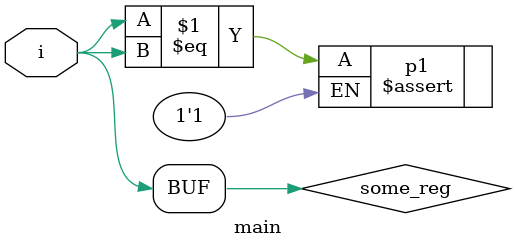
<source format=sv>
module main(input i);

  reg some_reg;

  // continuous assignments to variables are allowed in SystemVerilog
  assign some_reg = i;

  // should pass
  p1: assert property (some_reg == i);

endmodule

</source>
